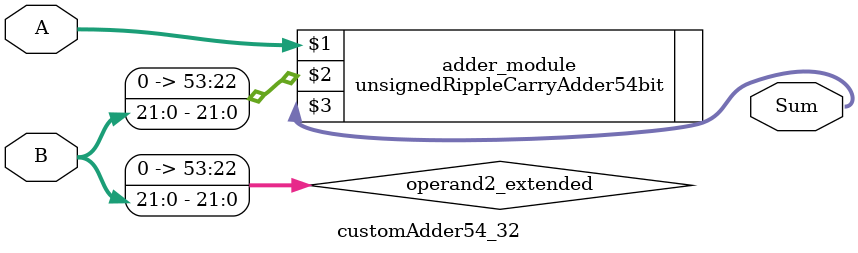
<source format=v>
module customAdder54_32(
                        input [53 : 0] A,
                        input [21 : 0] B,
                        
                        output [54 : 0] Sum
                );

        wire [53 : 0] operand2_extended;
        
        assign operand2_extended =  {32'b0, B};
        
        unsignedRippleCarryAdder54bit adder_module(
            A,
            operand2_extended,
            Sum
        );
        
        endmodule
        
</source>
